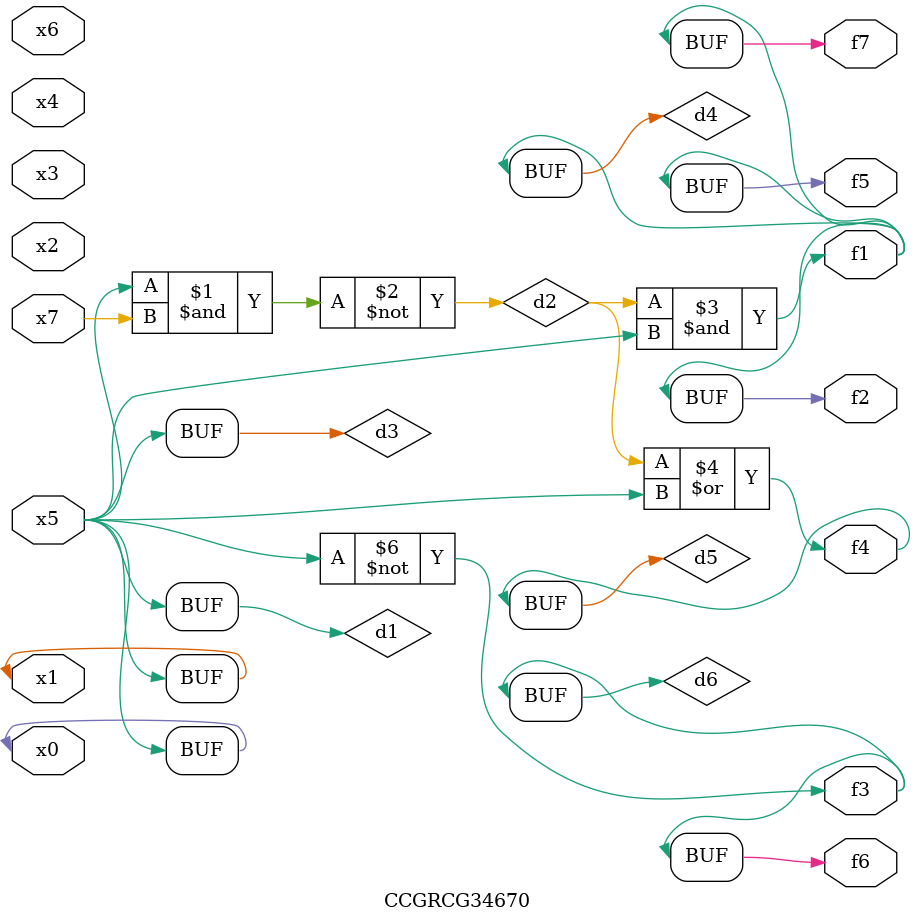
<source format=v>
module CCGRCG34670(
	input x0, x1, x2, x3, x4, x5, x6, x7,
	output f1, f2, f3, f4, f5, f6, f7
);

	wire d1, d2, d3, d4, d5, d6;

	buf (d1, x0, x5);
	nand (d2, x5, x7);
	buf (d3, x0, x1);
	and (d4, d2, d3);
	or (d5, d2, d3);
	nor (d6, d1, d3);
	assign f1 = d4;
	assign f2 = d4;
	assign f3 = d6;
	assign f4 = d5;
	assign f5 = d4;
	assign f6 = d6;
	assign f7 = d4;
endmodule

</source>
